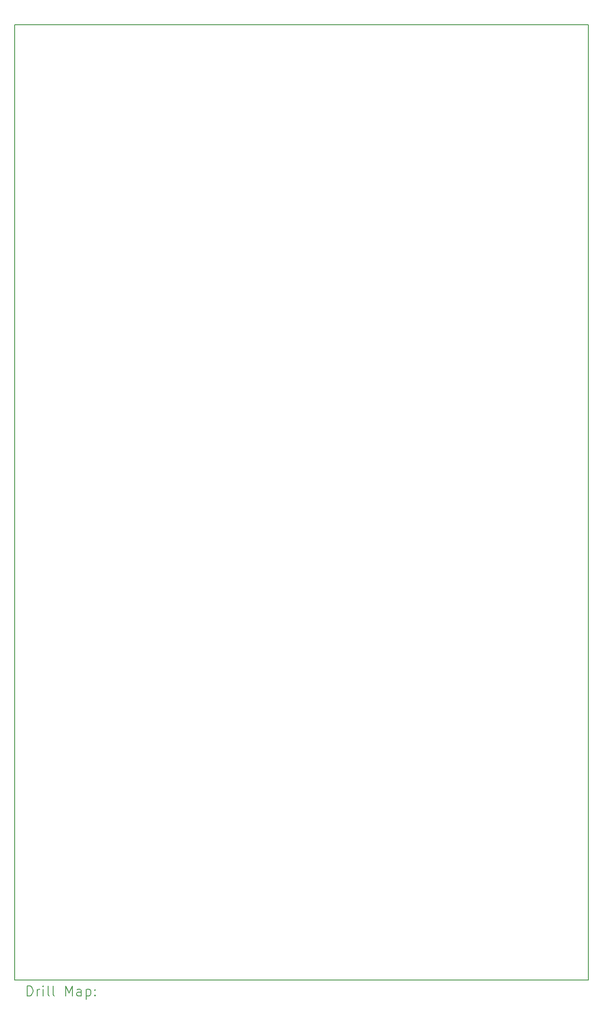
<source format=gbr>
%TF.GenerationSoftware,KiCad,Pcbnew,9.0.6*%
%TF.CreationDate,2026-02-15T15:53:05-05:00*%
%TF.ProjectId,Darkroom Timer,4461726b-726f-46f6-9d20-54696d65722e,rev?*%
%TF.SameCoordinates,Original*%
%TF.FileFunction,Drillmap*%
%TF.FilePolarity,Positive*%
%FSLAX45Y45*%
G04 Gerber Fmt 4.5, Leading zero omitted, Abs format (unit mm)*
G04 Created by KiCad (PCBNEW 9.0.6) date 2026-02-15 15:53:05*
%MOMM*%
%LPD*%
G01*
G04 APERTURE LIST*
%ADD10C,0.200000*%
G04 APERTURE END LIST*
D10*
X2200000Y-2200000D02*
X13800000Y-2200000D01*
X13800000Y-21500000D01*
X2200000Y-21500000D01*
X2200000Y-2200000D01*
X2450777Y-21821484D02*
X2450777Y-21621484D01*
X2450777Y-21621484D02*
X2498396Y-21621484D01*
X2498396Y-21621484D02*
X2526967Y-21631008D01*
X2526967Y-21631008D02*
X2546015Y-21650055D01*
X2546015Y-21650055D02*
X2555539Y-21669103D01*
X2555539Y-21669103D02*
X2565063Y-21707198D01*
X2565063Y-21707198D02*
X2565063Y-21735770D01*
X2565063Y-21735770D02*
X2555539Y-21773865D01*
X2555539Y-21773865D02*
X2546015Y-21792912D01*
X2546015Y-21792912D02*
X2526967Y-21811960D01*
X2526967Y-21811960D02*
X2498396Y-21821484D01*
X2498396Y-21821484D02*
X2450777Y-21821484D01*
X2650777Y-21821484D02*
X2650777Y-21688150D01*
X2650777Y-21726246D02*
X2660301Y-21707198D01*
X2660301Y-21707198D02*
X2669824Y-21697674D01*
X2669824Y-21697674D02*
X2688872Y-21688150D01*
X2688872Y-21688150D02*
X2707920Y-21688150D01*
X2774586Y-21821484D02*
X2774586Y-21688150D01*
X2774586Y-21621484D02*
X2765063Y-21631008D01*
X2765063Y-21631008D02*
X2774586Y-21640531D01*
X2774586Y-21640531D02*
X2784110Y-21631008D01*
X2784110Y-21631008D02*
X2774586Y-21621484D01*
X2774586Y-21621484D02*
X2774586Y-21640531D01*
X2898396Y-21821484D02*
X2879348Y-21811960D01*
X2879348Y-21811960D02*
X2869824Y-21792912D01*
X2869824Y-21792912D02*
X2869824Y-21621484D01*
X3003158Y-21821484D02*
X2984110Y-21811960D01*
X2984110Y-21811960D02*
X2974586Y-21792912D01*
X2974586Y-21792912D02*
X2974586Y-21621484D01*
X3231729Y-21821484D02*
X3231729Y-21621484D01*
X3231729Y-21621484D02*
X3298396Y-21764341D01*
X3298396Y-21764341D02*
X3365062Y-21621484D01*
X3365062Y-21621484D02*
X3365062Y-21821484D01*
X3546015Y-21821484D02*
X3546015Y-21716722D01*
X3546015Y-21716722D02*
X3536491Y-21697674D01*
X3536491Y-21697674D02*
X3517443Y-21688150D01*
X3517443Y-21688150D02*
X3479348Y-21688150D01*
X3479348Y-21688150D02*
X3460301Y-21697674D01*
X3546015Y-21811960D02*
X3526967Y-21821484D01*
X3526967Y-21821484D02*
X3479348Y-21821484D01*
X3479348Y-21821484D02*
X3460301Y-21811960D01*
X3460301Y-21811960D02*
X3450777Y-21792912D01*
X3450777Y-21792912D02*
X3450777Y-21773865D01*
X3450777Y-21773865D02*
X3460301Y-21754817D01*
X3460301Y-21754817D02*
X3479348Y-21745293D01*
X3479348Y-21745293D02*
X3526967Y-21745293D01*
X3526967Y-21745293D02*
X3546015Y-21735770D01*
X3641253Y-21688150D02*
X3641253Y-21888150D01*
X3641253Y-21697674D02*
X3660301Y-21688150D01*
X3660301Y-21688150D02*
X3698396Y-21688150D01*
X3698396Y-21688150D02*
X3717443Y-21697674D01*
X3717443Y-21697674D02*
X3726967Y-21707198D01*
X3726967Y-21707198D02*
X3736491Y-21726246D01*
X3736491Y-21726246D02*
X3736491Y-21783389D01*
X3736491Y-21783389D02*
X3726967Y-21802436D01*
X3726967Y-21802436D02*
X3717443Y-21811960D01*
X3717443Y-21811960D02*
X3698396Y-21821484D01*
X3698396Y-21821484D02*
X3660301Y-21821484D01*
X3660301Y-21821484D02*
X3641253Y-21811960D01*
X3822205Y-21802436D02*
X3831729Y-21811960D01*
X3831729Y-21811960D02*
X3822205Y-21821484D01*
X3822205Y-21821484D02*
X3812682Y-21811960D01*
X3812682Y-21811960D02*
X3822205Y-21802436D01*
X3822205Y-21802436D02*
X3822205Y-21821484D01*
X3822205Y-21697674D02*
X3831729Y-21707198D01*
X3831729Y-21707198D02*
X3822205Y-21716722D01*
X3822205Y-21716722D02*
X3812682Y-21707198D01*
X3812682Y-21707198D02*
X3822205Y-21697674D01*
X3822205Y-21697674D02*
X3822205Y-21716722D01*
M02*

</source>
